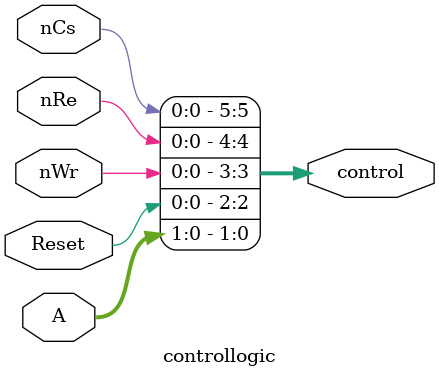
<source format=v>

module controllogic(nCs,nRe,nWr,Reset,A,control);
	input nCs,nRe,nWr,Reset;
	input [1:0]A;
	output reg[5:0] control;
	


	always@(nCs,nRe,nWr,Reset,A)
		begin 
	 		control<={nCs,nRe,nWr,Reset,A[1:0]};
		end
	


endmodule

</source>
